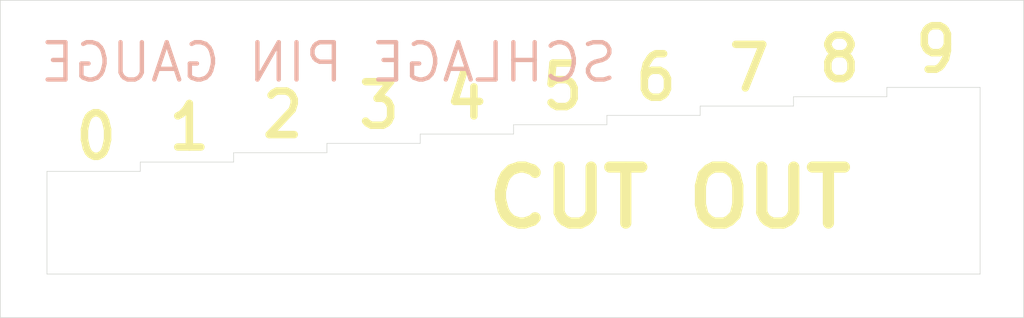
<source format=kicad_pcb>
(kicad_pcb
	(version 20240108)
	(generator "pcbnew")
	(generator_version "8.0")
	(general
		(thickness 1.6)
		(legacy_teardrops no)
	)
	(paper "A4")
	(layers
		(0 "F.Cu" signal)
		(31 "B.Cu" signal)
		(32 "B.Adhes" user "B.Adhesive")
		(33 "F.Adhes" user "F.Adhesive")
		(34 "B.Paste" user)
		(35 "F.Paste" user)
		(36 "B.SilkS" user "B.Silkscreen")
		(37 "F.SilkS" user "F.Silkscreen")
		(38 "B.Mask" user)
		(39 "F.Mask" user)
		(40 "Dwgs.User" user "User.Drawings")
		(41 "Cmts.User" user "User.Comments")
		(42 "Eco1.User" user "User.Eco1")
		(43 "Eco2.User" user "User.Eco2")
		(44 "Edge.Cuts" user)
		(45 "Margin" user)
		(46 "B.CrtYd" user "B.Courtyard")
		(47 "F.CrtYd" user "F.Courtyard")
		(48 "B.Fab" user)
		(49 "F.Fab" user)
		(50 "User.1" user)
		(51 "User.2" user)
		(52 "User.3" user)
		(53 "User.4" user)
		(54 "User.5" user)
		(55 "User.6" user)
		(56 "User.7" user)
		(57 "User.8" user)
		(58 "User.9" user)
	)
	(setup
		(pad_to_mask_clearance 0)
		(allow_soldermask_bridges_in_footprints no)
		(pcbplotparams
			(layerselection 0x00010fc_ffffffff)
			(plot_on_all_layers_selection 0x0000000_00000000)
			(disableapertmacros no)
			(usegerberextensions no)
			(usegerberattributes yes)
			(usegerberadvancedattributes yes)
			(creategerberjobfile yes)
			(dashed_line_dash_ratio 12.000000)
			(dashed_line_gap_ratio 3.000000)
			(svgprecision 4)
			(plotframeref no)
			(viasonmask no)
			(mode 1)
			(useauxorigin no)
			(hpglpennumber 1)
			(hpglpenspeed 20)
			(hpglpendiameter 15.000000)
			(pdf_front_fp_property_popups yes)
			(pdf_back_fp_property_popups yes)
			(dxfpolygonmode yes)
			(dxfimperialunits yes)
			(dxfusepcbnewfont yes)
			(psnegative no)
			(psa4output no)
			(plotreference yes)
			(plotvalue yes)
			(plotfptext yes)
			(plotinvisibletext no)
			(sketchpadsonfab no)
			(subtractmaskfromsilk no)
			(outputformat 1)
			(mirror no)
			(drillshape 1)
			(scaleselection 1)
			(outputdirectory "")
		)
	)
	(net 0 "")
	(gr_line
		(start 142.24 112.776)
		(end 146.05 112.776)
		(stroke
			(width 0.0254)
			(type default)
		)
		(layer "Edge.Cuts")
		(uuid "0c54eae4-1674-4617-93d6-350ca0c5e32e")
	)
	(gr_rect
		(start 125.095 107.315)
		(end 166.878 120.269)
		(stroke
			(width 0.0254)
			(type default)
		)
		(fill none)
		(layer "Edge.Cuts")
		(uuid "1717bf22-4988-40cf-8bca-4546a88dbab2")
	)
	(gr_line
		(start 138.43 113.157)
		(end 142.24 113.157)
		(stroke
			(width 0.0254)
			(type default)
		)
		(layer "Edge.Cuts")
		(uuid "188cbac4-695e-47eb-bbed-fd0e8ab49a04")
	)
	(gr_line
		(start 127 118.491)
		(end 165.1 118.491)
		(stroke
			(width 0.0254)
			(type default)
		)
		(layer "Edge.Cuts")
		(uuid "2246c0ff-ea84-4f3c-9f40-bbf84cbb36ef")
	)
	(gr_line
		(start 149.86 112.014)
		(end 153.67 112.014)
		(stroke
			(width 0.0254)
			(type default)
		)
		(layer "Edge.Cuts")
		(uuid "2ba25231-4df6-4956-ab4f-7517b547ddf0")
	)
	(gr_line
		(start 157.48 111.252)
		(end 161.29 111.252)
		(stroke
			(width 0.0254)
			(type default)
		)
		(layer "Edge.Cuts")
		(uuid "4783e974-8fc5-461a-be3a-b6657fab68e3")
	)
	(gr_line
		(start 134.62 113.538)
		(end 138.43 113.538)
		(stroke
			(width 0.0254)
			(type default)
		)
		(layer "Edge.Cuts")
		(uuid "4c2f85ad-5e85-44ca-a6d1-a9671411c140")
	)
	(gr_line
		(start 146.05 112.395)
		(end 149.86 112.395)
		(stroke
			(width 0.0254)
			(type default)
		)
		(layer "Edge.Cuts")
		(uuid "75a6e645-5b4d-4987-928b-c5e9fb9cffb5")
	)
	(gr_line
		(start 153.67 111.633)
		(end 157.48 111.633)
		(stroke
			(width 0.0254)
			(type default)
		)
		(layer "Edge.Cuts")
		(uuid "7dfe4812-bbdc-4bb9-81b2-e7331954250e")
	)
	(gr_line
		(start 127 114.3)
		(end 127 118.491)
		(stroke
			(width 0.0254)
			(type default)
		)
		(layer "Edge.Cuts")
		(uuid "848a17b5-e950-400a-9671-0151f845750d")
	)
	(gr_line
		(start 149.86 112.395)
		(end 149.86 112.014)
		(stroke
			(width 0.0254)
			(type default)
		)
		(layer "Edge.Cuts")
		(uuid "9e566d46-c7dc-4f6d-8ee9-b6060dc30d77")
	)
	(gr_line
		(start 134.62 113.919)
		(end 134.62 113.538)
		(stroke
			(width 0.0254)
			(type default)
		)
		(layer "Edge.Cuts")
		(uuid "a404b70d-ca58-4bb1-b565-ed211899e114")
	)
	(gr_line
		(start 146.05 112.776)
		(end 146.05 112.395)
		(stroke
			(width 0.0254)
			(type default)
		)
		(layer "Edge.Cuts")
		(uuid "a8844484-5ec9-4bd3-8296-302ac5af316c")
	)
	(gr_line
		(start 157.48 111.633)
		(end 157.48 111.252)
		(stroke
			(width 0.0254)
			(type default)
		)
		(layer "Edge.Cuts")
		(uuid "a88d0a36-45aa-4665-a985-1426b109cd47")
	)
	(gr_line
		(start 161.29 110.871)
		(end 165.1 110.871)
		(stroke
			(width 0.0254)
			(type default)
		)
		(layer "Edge.Cuts")
		(uuid "a90bbfef-9a91-489c-a9f3-fa55cf9b6578")
	)
	(gr_line
		(start 165.1 110.871)
		(end 165.1 118.491)
		(stroke
			(width 0.0254)
			(type default)
		)
		(layer "Edge.Cuts")
		(uuid "c473b29c-791e-428d-9409-1e6f7a067a5e")
	)
	(gr_line
		(start 153.67 112.014)
		(end 153.67 111.633)
		(stroke
			(width 0.0254)
			(type default)
		)
		(layer "Edge.Cuts")
		(uuid "c5246c57-7781-4312-99b4-26bba1986de2")
	)
	(gr_line
		(start 142.24 113.157)
		(end 142.24 112.776)
		(stroke
			(width 0.0254)
			(type default)
		)
		(layer "Edge.Cuts")
		(uuid "c594f0f1-a8eb-4a04-9efa-ce9a4c0465fe")
	)
	(gr_line
		(start 161.29 111.252)
		(end 161.29 110.871)
		(stroke
			(width 0.0254)
			(type default)
		)
		(layer "Edge.Cuts")
		(uuid "c8ce4f1b-3f98-41f6-a1d9-b23811a3c25c")
	)
	(gr_line
		(start 127 114.3)
		(end 130.81 114.3)
		(stroke
			(width 0.0254)
			(type default)
		)
		(layer "Edge.Cuts")
		(uuid "d44f3a4e-64e3-445b-80b8-c331339db868")
	)
	(gr_line
		(start 130.81 113.919)
		(end 134.62 113.919)
		(stroke
			(width 0.0254)
			(type default)
		)
		(layer "Edge.Cuts")
		(uuid "da2e5b62-bea2-47e0-97d2-0914ac995dd1")
	)
	(gr_line
		(start 138.43 113.538)
		(end 138.43 113.157)
		(stroke
			(width 0.0254)
			(type default)
		)
		(layer "Edge.Cuts")
		(uuid "f4522ff2-dd7b-4618-996b-f9a7826c4795")
	)
	(gr_line
		(start 130.81 114.3)
		(end 130.81 113.919)
		(stroke
			(width 0.0254)
			(type default)
		)
		(layer "Edge.Cuts")
		(uuid "f9dc3391-e658-4e97-819f-dca883f26b4b")
	)
	(gr_text "SCHLAGE PIN GAUGE"
		(at 150.368 110.744 0)
		(layer "B.SilkS")
		(uuid "7e33fc06-2084-4421-b405-13a57869c048")
		(effects
			(font
				(size 1.524 1.524)
				(thickness 0.1778)
			)
			(justify left bottom mirror)
		)
	)
	(gr_text "8"
		(at 158.369 110.744 0)
		(layer "F.SilkS")
		(uuid "18dad84f-f561-4287-a313-dd24827f07b7")
		(effects
			(font
				(size 1.778 1.651)
				(thickness 0.3048)
				(bold yes)
			)
			(justify left bottom)
		)
	)
	(gr_text "3"
		(at 139.573 112.649 0)
		(layer "F.SilkS")
		(uuid "207daf86-a390-4854-abec-fa1613af3219")
		(effects
			(font
				(size 1.778 1.651)
				(thickness 0.3048)
				(bold yes)
			)
			(justify left bottom)
		)
	)
	(gr_text "5"
		(at 147.066 111.887 0)
		(layer "F.SilkS")
		(uuid "389681c2-2c69-4734-8311-e8ccf6f70b1d")
		(effects
			(font
				(size 1.778 1.651)
				(thickness 0.3048)
				(bold yes)
			)
			(justify left bottom)
		)
	)
	(gr_text "CUT OUT"
		(at 144.78 116.713 0)
		(layer "F.SilkS")
		(uuid "3f14c30e-d62e-420c-b039-969715f544f7")
		(effects
			(font
				(size 2.286 2.286)
				(thickness 0.4572)
				(bold yes)
			)
			(justify left bottom)
		)
	)
	(gr_text "6"
		(at 150.876 111.506 0)
		(layer "F.SilkS")
		(uuid "4695a6a7-7df3-4887-98ae-9ca56dd6a889")
		(effects
			(font
				(size 1.778 1.651)
				(thickness 0.3048)
				(bold yes)
			)
			(justify left bottom)
		)
	)
	(gr_text "2"
		(at 135.636 113.03 0)
		(layer "F.SilkS")
		(uuid "a6f2b780-a029-4f24-9dfd-95bd31843b6e")
		(effects
			(font
				(size 1.778 1.651)
				(thickness 0.3048)
				(bold yes)
			)
			(justify left bottom)
		)
	)
	(gr_text "1"
		(at 131.826 113.538 0)
		(layer "F.SilkS")
		(uuid "adbca365-1ddf-4704-9b56-ad2df2ef8a65")
		(effects
			(font
				(size 1.778 1.651)
				(thickness 0.3048)
				(bold yes)
			)
			(justify left bottom)
		)
	)
	(gr_text "7"
		(at 154.686 111.125 0)
		(layer "F.SilkS")
		(uuid "c9715da9-8bbb-433e-90f8-2dcf4c88380d")
		(effects
			(font
				(size 1.778 1.651)
				(thickness 0.3048)
				(bold yes)
			)
			(justify left bottom)
		)
	)
	(gr_text "4"
		(at 143.129 112.268 0)
		(layer "F.SilkS")
		(uuid "cd5bd3bd-e178-4804-8e87-2e30c9932fda")
		(effects
			(font
				(size 1.778 1.651)
				(thickness 0.3048)
				(bold yes)
			)
			(justify left bottom)
		)
	)
	(gr_text "9"
		(at 162.306 110.363 0)
		(layer "F.SilkS")
		(uuid "dafc9708-8987-45ca-8ddc-3d4e3c063118")
		(effects
			(font
				(size 1.778 1.651)
				(thickness 0.3048)
				(bold yes)
			)
			(justify left bottom)
		)
	)
	(gr_text "0"
		(at 128.016 113.919 0)
		(layer "F.SilkS")
		(uuid "e8187817-2c03-4bfc-9456-4d970f9e1f9d")
		(effects
			(font
				(size 1.778 1.651)
				(thickness 0.3048)
				(bold yes)
			)
			(justify left bottom)
		)
	)
	(group ""
		(uuid "cb323185-9146-4e9b-a531-f3b652d97391")
		(members "0c54eae4-1674-4617-93d6-350ca0c5e32e" "188cbac4-695e-47eb-bbed-fd0e8ab49a04"
			"2246c0ff-ea84-4f3c-9f40-bbf84cbb36ef" "2ba25231-4df6-4956-ab4f-7517b547ddf0"
			"3f14c30e-d62e-420c-b039-969715f544f7" "4783e974-8fc5-461a-be3a-b6657fab68e3"
			"4c2f85ad-5e85-44ca-a6d1-a9671411c140" "75a6e645-5b4d-4987-928b-c5e9fb9cffb5"
			"7dfe4812-bbdc-4bb9-81b2-e7331954250e" "848a17b5-e950-400a-9671-0151f845750d"
			"9e566d46-c7dc-4f6d-8ee9-b6060dc30d77" "a404b70d-ca58-4bb1-b565-ed211899e114"
			"a8844484-5ec9-4bd3-8296-302ac5af316c" "a88d0a36-45aa-4665-a985-1426b109cd47"
			"a90bbfef-9a91-489c-a9f3-fa55cf9b6578" "c473b29c-791e-428d-9409-1e6f7a067a5e"
			"c5246c57-7781-4312-99b4-26bba1986de2" "c594f0f1-a8eb-4a04-9efa-ce9a4c0465fe"
			"c8ce4f1b-3f98-41f6-a1d9-b23811a3c25c" "d44f3a4e-64e3-445b-80b8-c331339db868"
			"da2e5b62-bea2-47e0-97d2-0914ac995dd1" "f4522ff2-dd7b-4618-996b-f9a7826c4795"
			"f9dc3391-e658-4e97-819f-dca883f26b4b"
		)
	)
)

</source>
